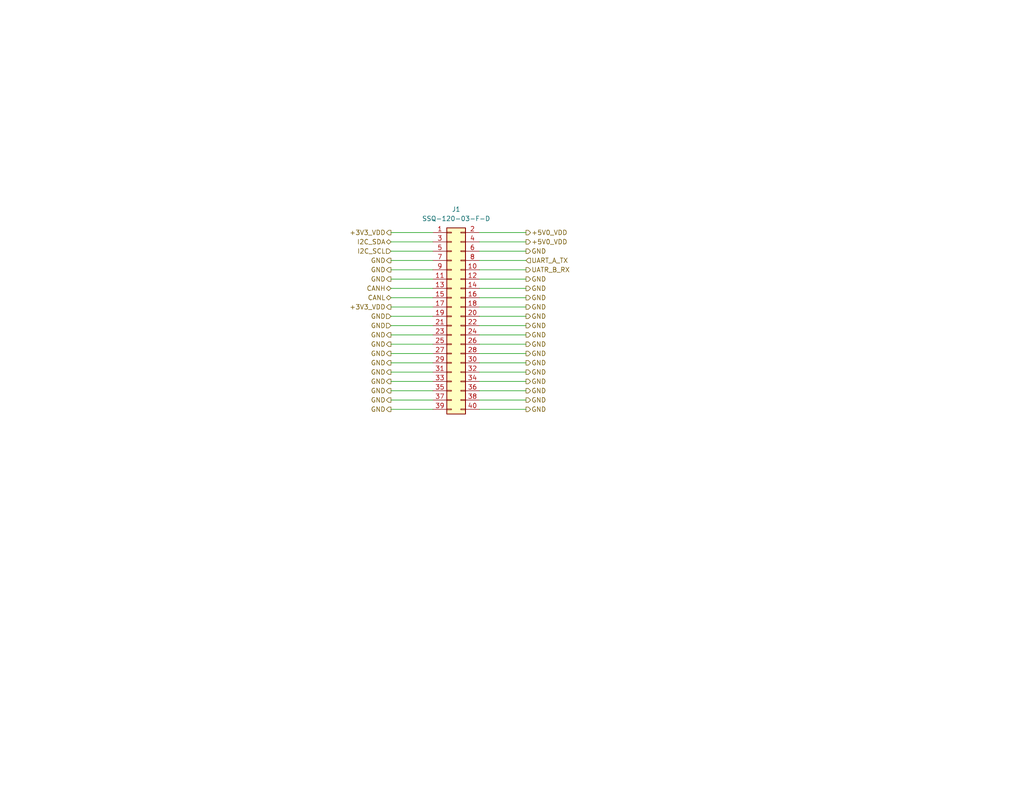
<source format=kicad_sch>
(kicad_sch (version 20211123) (generator eeschema)

  (uuid cf4d3275-d4a3-4f0b-b80f-271e7d43b491)

  (paper "A")

  (title_block
    (title "Interboard Connector")
    (date "2022-01-27")
  )

  (lib_symbols
    (symbol "Connector_Generic:Conn_02x20_Odd_Even" (pin_names (offset 1.016) hide) (in_bom yes) (on_board yes)
      (property "Reference" "J" (id 0) (at 1.27 25.4 0)
        (effects (font (size 1.27 1.27)))
      )
      (property "Value" "Conn_02x20_Odd_Even" (id 1) (at 1.27 -27.94 0)
        (effects (font (size 1.27 1.27)))
      )
      (property "Footprint" "" (id 2) (at 0 0 0)
        (effects (font (size 1.27 1.27)) hide)
      )
      (property "Datasheet" "~" (id 3) (at 0 0 0)
        (effects (font (size 1.27 1.27)) hide)
      )
      (property "ki_keywords" "connector" (id 4) (at 0 0 0)
        (effects (font (size 1.27 1.27)) hide)
      )
      (property "ki_description" "Generic connector, double row, 02x20, odd/even pin numbering scheme (row 1 odd numbers, row 2 even numbers), script generated (kicad-library-utils/schlib/autogen/connector/)" (id 5) (at 0 0 0)
        (effects (font (size 1.27 1.27)) hide)
      )
      (property "ki_fp_filters" "Connector*:*_2x??_*" (id 6) (at 0 0 0)
        (effects (font (size 1.27 1.27)) hide)
      )
      (symbol "Conn_02x20_Odd_Even_1_1"
        (rectangle (start -1.27 -25.273) (end 0 -25.527)
          (stroke (width 0.1524) (type default) (color 0 0 0 0))
          (fill (type none))
        )
        (rectangle (start -1.27 -22.733) (end 0 -22.987)
          (stroke (width 0.1524) (type default) (color 0 0 0 0))
          (fill (type none))
        )
        (rectangle (start -1.27 -20.193) (end 0 -20.447)
          (stroke (width 0.1524) (type default) (color 0 0 0 0))
          (fill (type none))
        )
        (rectangle (start -1.27 -17.653) (end 0 -17.907)
          (stroke (width 0.1524) (type default) (color 0 0 0 0))
          (fill (type none))
        )
        (rectangle (start -1.27 -15.113) (end 0 -15.367)
          (stroke (width 0.1524) (type default) (color 0 0 0 0))
          (fill (type none))
        )
        (rectangle (start -1.27 -12.573) (end 0 -12.827)
          (stroke (width 0.1524) (type default) (color 0 0 0 0))
          (fill (type none))
        )
        (rectangle (start -1.27 -10.033) (end 0 -10.287)
          (stroke (width 0.1524) (type default) (color 0 0 0 0))
          (fill (type none))
        )
        (rectangle (start -1.27 -7.493) (end 0 -7.747)
          (stroke (width 0.1524) (type default) (color 0 0 0 0))
          (fill (type none))
        )
        (rectangle (start -1.27 -4.953) (end 0 -5.207)
          (stroke (width 0.1524) (type default) (color 0 0 0 0))
          (fill (type none))
        )
        (rectangle (start -1.27 -2.413) (end 0 -2.667)
          (stroke (width 0.1524) (type default) (color 0 0 0 0))
          (fill (type none))
        )
        (rectangle (start -1.27 0.127) (end 0 -0.127)
          (stroke (width 0.1524) (type default) (color 0 0 0 0))
          (fill (type none))
        )
        (rectangle (start -1.27 2.667) (end 0 2.413)
          (stroke (width 0.1524) (type default) (color 0 0 0 0))
          (fill (type none))
        )
        (rectangle (start -1.27 5.207) (end 0 4.953)
          (stroke (width 0.1524) (type default) (color 0 0 0 0))
          (fill (type none))
        )
        (rectangle (start -1.27 7.747) (end 0 7.493)
          (stroke (width 0.1524) (type default) (color 0 0 0 0))
          (fill (type none))
        )
        (rectangle (start -1.27 10.287) (end 0 10.033)
          (stroke (width 0.1524) (type default) (color 0 0 0 0))
          (fill (type none))
        )
        (rectangle (start -1.27 12.827) (end 0 12.573)
          (stroke (width 0.1524) (type default) (color 0 0 0 0))
          (fill (type none))
        )
        (rectangle (start -1.27 15.367) (end 0 15.113)
          (stroke (width 0.1524) (type default) (color 0 0 0 0))
          (fill (type none))
        )
        (rectangle (start -1.27 17.907) (end 0 17.653)
          (stroke (width 0.1524) (type default) (color 0 0 0 0))
          (fill (type none))
        )
        (rectangle (start -1.27 20.447) (end 0 20.193)
          (stroke (width 0.1524) (type default) (color 0 0 0 0))
          (fill (type none))
        )
        (rectangle (start -1.27 22.987) (end 0 22.733)
          (stroke (width 0.1524) (type default) (color 0 0 0 0))
          (fill (type none))
        )
        (rectangle (start -1.27 24.13) (end 3.81 -26.67)
          (stroke (width 0.254) (type default) (color 0 0 0 0))
          (fill (type background))
        )
        (rectangle (start 3.81 -25.273) (end 2.54 -25.527)
          (stroke (width 0.1524) (type default) (color 0 0 0 0))
          (fill (type none))
        )
        (rectangle (start 3.81 -22.733) (end 2.54 -22.987)
          (stroke (width 0.1524) (type default) (color 0 0 0 0))
          (fill (type none))
        )
        (rectangle (start 3.81 -20.193) (end 2.54 -20.447)
          (stroke (width 0.1524) (type default) (color 0 0 0 0))
          (fill (type none))
        )
        (rectangle (start 3.81 -17.653) (end 2.54 -17.907)
          (stroke (width 0.1524) (type default) (color 0 0 0 0))
          (fill (type none))
        )
        (rectangle (start 3.81 -15.113) (end 2.54 -15.367)
          (stroke (width 0.1524) (type default) (color 0 0 0 0))
          (fill (type none))
        )
        (rectangle (start 3.81 -12.573) (end 2.54 -12.827)
          (stroke (width 0.1524) (type default) (color 0 0 0 0))
          (fill (type none))
        )
        (rectangle (start 3.81 -10.033) (end 2.54 -10.287)
          (stroke (width 0.1524) (type default) (color 0 0 0 0))
          (fill (type none))
        )
        (rectangle (start 3.81 -7.493) (end 2.54 -7.747)
          (stroke (width 0.1524) (type default) (color 0 0 0 0))
          (fill (type none))
        )
        (rectangle (start 3.81 -4.953) (end 2.54 -5.207)
          (stroke (width 0.1524) (type default) (color 0 0 0 0))
          (fill (type none))
        )
        (rectangle (start 3.81 -2.413) (end 2.54 -2.667)
          (stroke (width 0.1524) (type default) (color 0 0 0 0))
          (fill (type none))
        )
        (rectangle (start 3.81 0.127) (end 2.54 -0.127)
          (stroke (width 0.1524) (type default) (color 0 0 0 0))
          (fill (type none))
        )
        (rectangle (start 3.81 2.667) (end 2.54 2.413)
          (stroke (width 0.1524) (type default) (color 0 0 0 0))
          (fill (type none))
        )
        (rectangle (start 3.81 5.207) (end 2.54 4.953)
          (stroke (width 0.1524) (type default) (color 0 0 0 0))
          (fill (type none))
        )
        (rectangle (start 3.81 7.747) (end 2.54 7.493)
          (stroke (width 0.1524) (type default) (color 0 0 0 0))
          (fill (type none))
        )
        (rectangle (start 3.81 10.287) (end 2.54 10.033)
          (stroke (width 0.1524) (type default) (color 0 0 0 0))
          (fill (type none))
        )
        (rectangle (start 3.81 12.827) (end 2.54 12.573)
          (stroke (width 0.1524) (type default) (color 0 0 0 0))
          (fill (type none))
        )
        (rectangle (start 3.81 15.367) (end 2.54 15.113)
          (stroke (width 0.1524) (type default) (color 0 0 0 0))
          (fill (type none))
        )
        (rectangle (start 3.81 17.907) (end 2.54 17.653)
          (stroke (width 0.1524) (type default) (color 0 0 0 0))
          (fill (type none))
        )
        (rectangle (start 3.81 20.447) (end 2.54 20.193)
          (stroke (width 0.1524) (type default) (color 0 0 0 0))
          (fill (type none))
        )
        (rectangle (start 3.81 22.987) (end 2.54 22.733)
          (stroke (width 0.1524) (type default) (color 0 0 0 0))
          (fill (type none))
        )
        (pin passive line (at -5.08 22.86 0) (length 3.81)
          (name "Pin_1" (effects (font (size 1.27 1.27))))
          (number "1" (effects (font (size 1.27 1.27))))
        )
        (pin passive line (at 7.62 12.7 180) (length 3.81)
          (name "Pin_10" (effects (font (size 1.27 1.27))))
          (number "10" (effects (font (size 1.27 1.27))))
        )
        (pin passive line (at -5.08 10.16 0) (length 3.81)
          (name "Pin_11" (effects (font (size 1.27 1.27))))
          (number "11" (effects (font (size 1.27 1.27))))
        )
        (pin passive line (at 7.62 10.16 180) (length 3.81)
          (name "Pin_12" (effects (font (size 1.27 1.27))))
          (number "12" (effects (font (size 1.27 1.27))))
        )
        (pin passive line (at -5.08 7.62 0) (length 3.81)
          (name "Pin_13" (effects (font (size 1.27 1.27))))
          (number "13" (effects (font (size 1.27 1.27))))
        )
        (pin passive line (at 7.62 7.62 180) (length 3.81)
          (name "Pin_14" (effects (font (size 1.27 1.27))))
          (number "14" (effects (font (size 1.27 1.27))))
        )
        (pin passive line (at -5.08 5.08 0) (length 3.81)
          (name "Pin_15" (effects (font (size 1.27 1.27))))
          (number "15" (effects (font (size 1.27 1.27))))
        )
        (pin passive line (at 7.62 5.08 180) (length 3.81)
          (name "Pin_16" (effects (font (size 1.27 1.27))))
          (number "16" (effects (font (size 1.27 1.27))))
        )
        (pin passive line (at -5.08 2.54 0) (length 3.81)
          (name "Pin_17" (effects (font (size 1.27 1.27))))
          (number "17" (effects (font (size 1.27 1.27))))
        )
        (pin passive line (at 7.62 2.54 180) (length 3.81)
          (name "Pin_18" (effects (font (size 1.27 1.27))))
          (number "18" (effects (font (size 1.27 1.27))))
        )
        (pin passive line (at -5.08 0 0) (length 3.81)
          (name "Pin_19" (effects (font (size 1.27 1.27))))
          (number "19" (effects (font (size 1.27 1.27))))
        )
        (pin passive line (at 7.62 22.86 180) (length 3.81)
          (name "Pin_2" (effects (font (size 1.27 1.27))))
          (number "2" (effects (font (size 1.27 1.27))))
        )
        (pin passive line (at 7.62 0 180) (length 3.81)
          (name "Pin_20" (effects (font (size 1.27 1.27))))
          (number "20" (effects (font (size 1.27 1.27))))
        )
        (pin passive line (at -5.08 -2.54 0) (length 3.81)
          (name "Pin_21" (effects (font (size 1.27 1.27))))
          (number "21" (effects (font (size 1.27 1.27))))
        )
        (pin passive line (at 7.62 -2.54 180) (length 3.81)
          (name "Pin_22" (effects (font (size 1.27 1.27))))
          (number "22" (effects (font (size 1.27 1.27))))
        )
        (pin passive line (at -5.08 -5.08 0) (length 3.81)
          (name "Pin_23" (effects (font (size 1.27 1.27))))
          (number "23" (effects (font (size 1.27 1.27))))
        )
        (pin passive line (at 7.62 -5.08 180) (length 3.81)
          (name "Pin_24" (effects (font (size 1.27 1.27))))
          (number "24" (effects (font (size 1.27 1.27))))
        )
        (pin passive line (at -5.08 -7.62 0) (length 3.81)
          (name "Pin_25" (effects (font (size 1.27 1.27))))
          (number "25" (effects (font (size 1.27 1.27))))
        )
        (pin passive line (at 7.62 -7.62 180) (length 3.81)
          (name "Pin_26" (effects (font (size 1.27 1.27))))
          (number "26" (effects (font (size 1.27 1.27))))
        )
        (pin passive line (at -5.08 -10.16 0) (length 3.81)
          (name "Pin_27" (effects (font (size 1.27 1.27))))
          (number "27" (effects (font (size 1.27 1.27))))
        )
        (pin passive line (at 7.62 -10.16 180) (length 3.81)
          (name "Pin_28" (effects (font (size 1.27 1.27))))
          (number "28" (effects (font (size 1.27 1.27))))
        )
        (pin passive line (at -5.08 -12.7 0) (length 3.81)
          (name "Pin_29" (effects (font (size 1.27 1.27))))
          (number "29" (effects (font (size 1.27 1.27))))
        )
        (pin passive line (at -5.08 20.32 0) (length 3.81)
          (name "Pin_3" (effects (font (size 1.27 1.27))))
          (number "3" (effects (font (size 1.27 1.27))))
        )
        (pin passive line (at 7.62 -12.7 180) (length 3.81)
          (name "Pin_30" (effects (font (size 1.27 1.27))))
          (number "30" (effects (font (size 1.27 1.27))))
        )
        (pin passive line (at -5.08 -15.24 0) (length 3.81)
          (name "Pin_31" (effects (font (size 1.27 1.27))))
          (number "31" (effects (font (size 1.27 1.27))))
        )
        (pin passive line (at 7.62 -15.24 180) (length 3.81)
          (name "Pin_32" (effects (font (size 1.27 1.27))))
          (number "32" (effects (font (size 1.27 1.27))))
        )
        (pin passive line (at -5.08 -17.78 0) (length 3.81)
          (name "Pin_33" (effects (font (size 1.27 1.27))))
          (number "33" (effects (font (size 1.27 1.27))))
        )
        (pin passive line (at 7.62 -17.78 180) (length 3.81)
          (name "Pin_34" (effects (font (size 1.27 1.27))))
          (number "34" (effects (font (size 1.27 1.27))))
        )
        (pin passive line (at -5.08 -20.32 0) (length 3.81)
          (name "Pin_35" (effects (font (size 1.27 1.27))))
          (number "35" (effects (font (size 1.27 1.27))))
        )
        (pin passive line (at 7.62 -20.32 180) (length 3.81)
          (name "Pin_36" (effects (font (size 1.27 1.27))))
          (number "36" (effects (font (size 1.27 1.27))))
        )
        (pin passive line (at -5.08 -22.86 0) (length 3.81)
          (name "Pin_37" (effects (font (size 1.27 1.27))))
          (number "37" (effects (font (size 1.27 1.27))))
        )
        (pin passive line (at 7.62 -22.86 180) (length 3.81)
          (name "Pin_38" (effects (font (size 1.27 1.27))))
          (number "38" (effects (font (size 1.27 1.27))))
        )
        (pin passive line (at -5.08 -25.4 0) (length 3.81)
          (name "Pin_39" (effects (font (size 1.27 1.27))))
          (number "39" (effects (font (size 1.27 1.27))))
        )
        (pin passive line (at 7.62 20.32 180) (length 3.81)
          (name "Pin_4" (effects (font (size 1.27 1.27))))
          (number "4" (effects (font (size 1.27 1.27))))
        )
        (pin passive line (at 7.62 -25.4 180) (length 3.81)
          (name "Pin_40" (effects (font (size 1.27 1.27))))
          (number "40" (effects (font (size 1.27 1.27))))
        )
        (pin passive line (at -5.08 17.78 0) (length 3.81)
          (name "Pin_5" (effects (font (size 1.27 1.27))))
          (number "5" (effects (font (size 1.27 1.27))))
        )
        (pin passive line (at 7.62 17.78 180) (length 3.81)
          (name "Pin_6" (effects (font (size 1.27 1.27))))
          (number "6" (effects (font (size 1.27 1.27))))
        )
        (pin passive line (at -5.08 15.24 0) (length 3.81)
          (name "Pin_7" (effects (font (size 1.27 1.27))))
          (number "7" (effects (font (size 1.27 1.27))))
        )
        (pin passive line (at 7.62 15.24 180) (length 3.81)
          (name "Pin_8" (effects (font (size 1.27 1.27))))
          (number "8" (effects (font (size 1.27 1.27))))
        )
        (pin passive line (at -5.08 12.7 0) (length 3.81)
          (name "Pin_9" (effects (font (size 1.27 1.27))))
          (number "9" (effects (font (size 1.27 1.27))))
        )
      )
    )
  )


  (wire (pts (xy 130.81 93.98) (xy 143.51 93.98))
    (stroke (width 0) (type default) (color 0 0 0 0))
    (uuid 03e187d2-6c4a-4ece-841b-834d761b85d6)
  )
  (wire (pts (xy 130.81 68.58) (xy 143.51 68.58))
    (stroke (width 0) (type default) (color 0 0 0 0))
    (uuid 04a690e9-0849-4578-b28b-6dc12781734f)
  )
  (wire (pts (xy 130.81 63.5) (xy 143.51 63.5))
    (stroke (width 0) (type default) (color 0 0 0 0))
    (uuid 09d16d40-6922-410f-a05f-404d306aebd9)
  )
  (wire (pts (xy 130.81 111.76) (xy 143.51 111.76))
    (stroke (width 0) (type default) (color 0 0 0 0))
    (uuid 0cb97ebf-9b13-488c-95a4-2095e4bac56e)
  )
  (wire (pts (xy 106.68 93.98) (xy 118.11 93.98))
    (stroke (width 0) (type default) (color 0 0 0 0))
    (uuid 130a3f83-ad0d-46dd-8dd0-e96f0742bdd3)
  )
  (wire (pts (xy 106.68 104.14) (xy 118.11 104.14))
    (stroke (width 0) (type default) (color 0 0 0 0))
    (uuid 27a2e118-e759-4fab-964d-896d29cf8156)
  )
  (wire (pts (xy 106.68 68.58) (xy 118.11 68.58))
    (stroke (width 0) (type default) (color 0 0 0 0))
    (uuid 2f58fb13-0fd6-41c8-b9d6-ac7c982df2c7)
  )
  (wire (pts (xy 106.68 106.68) (xy 118.11 106.68))
    (stroke (width 0) (type default) (color 0 0 0 0))
    (uuid 341315da-6e5f-4150-8d69-aa98ada8d15d)
  )
  (wire (pts (xy 106.68 71.12) (xy 118.11 71.12))
    (stroke (width 0) (type default) (color 0 0 0 0))
    (uuid 4185c091-095f-4e12-bd4d-b5cdf7a29e5a)
  )
  (wire (pts (xy 130.81 91.44) (xy 143.51 91.44))
    (stroke (width 0) (type default) (color 0 0 0 0))
    (uuid 44591e65-79b1-417a-b896-9ea635f33afb)
  )
  (wire (pts (xy 130.81 99.06) (xy 143.51 99.06))
    (stroke (width 0) (type default) (color 0 0 0 0))
    (uuid 46f9bc0a-ab12-4df4-bfac-e2e7f259c3f7)
  )
  (wire (pts (xy 106.68 66.04) (xy 118.11 66.04))
    (stroke (width 0) (type default) (color 0 0 0 0))
    (uuid 4a845ede-4258-46b7-b03d-a737b3f81034)
  )
  (wire (pts (xy 130.81 81.28) (xy 143.51 81.28))
    (stroke (width 0) (type default) (color 0 0 0 0))
    (uuid 591e33e4-96e0-40c2-bca2-3c0c17d3c50d)
  )
  (wire (pts (xy 130.81 106.68) (xy 143.51 106.68))
    (stroke (width 0) (type default) (color 0 0 0 0))
    (uuid 5b808d3c-49b1-448f-91a1-b4bb5d885d59)
  )
  (wire (pts (xy 106.68 111.76) (xy 118.11 111.76))
    (stroke (width 0) (type default) (color 0 0 0 0))
    (uuid 613f034e-b0e5-4af0-8912-8de28aaff340)
  )
  (wire (pts (xy 106.68 101.6) (xy 118.11 101.6))
    (stroke (width 0) (type default) (color 0 0 0 0))
    (uuid 6263fe16-d954-458a-b41c-3ec97dc2cd20)
  )
  (wire (pts (xy 130.81 66.04) (xy 143.51 66.04))
    (stroke (width 0) (type default) (color 0 0 0 0))
    (uuid 7111bcd0-2d6d-4624-8371-41e191dbed6d)
  )
  (wire (pts (xy 106.68 86.36) (xy 118.11 86.36))
    (stroke (width 0) (type default) (color 0 0 0 0))
    (uuid 716dad19-3c9d-4c36-8959-b15c5449c6e8)
  )
  (wire (pts (xy 130.81 76.2) (xy 143.51 76.2))
    (stroke (width 0) (type default) (color 0 0 0 0))
    (uuid 742f5f6f-46eb-47fd-b1a2-abe54dbb41ff)
  )
  (wire (pts (xy 130.81 101.6) (xy 143.51 101.6))
    (stroke (width 0) (type default) (color 0 0 0 0))
    (uuid 76e48296-ced0-4a92-b314-8760d26ef2a9)
  )
  (wire (pts (xy 106.68 78.74) (xy 118.11 78.74))
    (stroke (width 0) (type default) (color 0 0 0 0))
    (uuid 771eb181-d30d-4d17-a5e3-a528596db5fb)
  )
  (wire (pts (xy 130.81 73.66) (xy 143.51 73.66))
    (stroke (width 0) (type default) (color 0 0 0 0))
    (uuid 7c0550c5-1bee-4f51-b6b8-a791544686c8)
  )
  (wire (pts (xy 130.81 88.9) (xy 143.51 88.9))
    (stroke (width 0) (type default) (color 0 0 0 0))
    (uuid 82820ceb-aa9a-48df-ba50-13a5e410c155)
  )
  (wire (pts (xy 130.81 83.82) (xy 143.51 83.82))
    (stroke (width 0) (type default) (color 0 0 0 0))
    (uuid 87c37f63-9d2f-495a-97f3-6fa24d5ebe6a)
  )
  (wire (pts (xy 106.68 83.82) (xy 118.11 83.82))
    (stroke (width 0) (type default) (color 0 0 0 0))
    (uuid 881abf44-14f0-4aff-9acc-37faaf908ff2)
  )
  (wire (pts (xy 130.81 104.14) (xy 143.51 104.14))
    (stroke (width 0) (type default) (color 0 0 0 0))
    (uuid 9b3ecb1b-8155-4a89-9d54-9f27f2514c86)
  )
  (wire (pts (xy 106.68 76.2) (xy 118.11 76.2))
    (stroke (width 0) (type default) (color 0 0 0 0))
    (uuid a3572912-ea02-49f5-9e59-c738672315d5)
  )
  (wire (pts (xy 106.68 96.52) (xy 118.11 96.52))
    (stroke (width 0) (type default) (color 0 0 0 0))
    (uuid a64455e6-d627-495b-9f65-8514d3bb72dd)
  )
  (wire (pts (xy 106.68 109.22) (xy 118.11 109.22))
    (stroke (width 0) (type default) (color 0 0 0 0))
    (uuid a8388897-7737-4925-b3c2-1c16ad936691)
  )
  (wire (pts (xy 106.68 63.5) (xy 118.11 63.5))
    (stroke (width 0) (type default) (color 0 0 0 0))
    (uuid ad32a7c2-3177-4254-8c58-ae3f4bc5acc8)
  )
  (wire (pts (xy 106.68 88.9) (xy 118.11 88.9))
    (stroke (width 0) (type default) (color 0 0 0 0))
    (uuid b28d6ace-0284-435d-bae3-5fdb7c12c8ef)
  )
  (wire (pts (xy 130.81 71.12) (xy 143.51 71.12))
    (stroke (width 0) (type default) (color 0 0 0 0))
    (uuid baec2900-3642-405a-a739-ec62e5182052)
  )
  (wire (pts (xy 130.81 86.36) (xy 143.51 86.36))
    (stroke (width 0) (type default) (color 0 0 0 0))
    (uuid bd6fd6dc-c664-4e6a-86d5-3b31eccd2cbc)
  )
  (wire (pts (xy 106.68 91.44) (xy 118.11 91.44))
    (stroke (width 0) (type default) (color 0 0 0 0))
    (uuid ce6a96b7-415b-48a2-8436-5e2fa710a642)
  )
  (wire (pts (xy 106.68 81.28) (xy 118.11 81.28))
    (stroke (width 0) (type default) (color 0 0 0 0))
    (uuid dd35f33e-c4d6-49ad-98bd-54d576474aca)
  )
  (wire (pts (xy 130.81 109.22) (xy 143.51 109.22))
    (stroke (width 0) (type default) (color 0 0 0 0))
    (uuid df5b27e7-d0ac-4ca5-a6cb-fefd59851561)
  )
  (wire (pts (xy 106.68 99.06) (xy 118.11 99.06))
    (stroke (width 0) (type default) (color 0 0 0 0))
    (uuid ea5f6131-cb7d-4565-b2fb-3b607f4c793a)
  )
  (wire (pts (xy 130.81 78.74) (xy 143.51 78.74))
    (stroke (width 0) (type default) (color 0 0 0 0))
    (uuid eae5fd45-fb41-4a98-8509-a8d81f0c6bb9)
  )
  (wire (pts (xy 130.81 96.52) (xy 143.51 96.52))
    (stroke (width 0) (type default) (color 0 0 0 0))
    (uuid f6261936-8a5b-4419-a880-83b012a8fbb4)
  )
  (wire (pts (xy 106.68 73.66) (xy 118.11 73.66))
    (stroke (width 0) (type default) (color 0 0 0 0))
    (uuid f812bf02-bb27-4792-a9e8-bff50261d428)
  )

  (hierarchical_label "GND" (shape input) (at 106.68 86.36 180)
    (effects (font (size 1.27 1.27)) (justify right))
    (uuid 00b48a2f-b162-4b22-a587-082a90e17e6a)
  )
  (hierarchical_label "CANH" (shape bidirectional) (at 106.68 78.74 180)
    (effects (font (size 1.27 1.27)) (justify right))
    (uuid 0ce5799e-a9bb-4d19-b70e-a6086082541a)
  )
  (hierarchical_label "UATR_B_RX" (shape output) (at 143.51 73.66 0)
    (effects (font (size 1.27 1.27)) (justify left))
    (uuid 105cfdae-5609-474d-8161-66e392c1c025)
  )
  (hierarchical_label "+3V3_VDD" (shape output) (at 106.68 83.82 180)
    (effects (font (size 1.27 1.27)) (justify right))
    (uuid 11606c81-543c-4e5a-b888-319019a8aada)
  )
  (hierarchical_label "GND" (shape output) (at 106.68 104.14 180)
    (effects (font (size 1.27 1.27)) (justify right))
    (uuid 1456471b-3ea0-4164-a4d1-29063a592859)
  )
  (hierarchical_label "GND" (shape output) (at 143.51 101.6 0)
    (effects (font (size 1.27 1.27)) (justify left))
    (uuid 1cefc75a-9772-4226-a760-aaf74009ccb0)
  )
  (hierarchical_label "GND" (shape output) (at 106.68 73.66 180)
    (effects (font (size 1.27 1.27)) (justify right))
    (uuid 20525ee8-7421-494b-be0e-4ac35c20f7c4)
  )
  (hierarchical_label "GND" (shape output) (at 143.51 86.36 0)
    (effects (font (size 1.27 1.27)) (justify left))
    (uuid 25a9b494-095b-4fbe-9268-80b4bd1444c6)
  )
  (hierarchical_label "GND" (shape output) (at 106.68 111.76 180)
    (effects (font (size 1.27 1.27)) (justify right))
    (uuid 2fc1fa32-2bd3-4da2-987d-2d1acaa048e3)
  )
  (hierarchical_label "GND" (shape output) (at 143.51 111.76 0)
    (effects (font (size 1.27 1.27)) (justify left))
    (uuid 3e5fc274-f6f3-4811-a291-f3961837d032)
  )
  (hierarchical_label "GND" (shape output) (at 143.51 76.2 0)
    (effects (font (size 1.27 1.27)) (justify left))
    (uuid 4668aa28-21c0-4cfc-81ec-8cde36ecb910)
  )
  (hierarchical_label "GND" (shape output) (at 143.51 68.58 0)
    (effects (font (size 1.27 1.27)) (justify left))
    (uuid 4a9b80e8-b314-444b-8214-e2133bc36ee5)
  )
  (hierarchical_label "CANL" (shape bidirectional) (at 106.68 81.28 180)
    (effects (font (size 1.27 1.27)) (justify right))
    (uuid 4bcfffbd-a1eb-45a3-897e-186698e02ebb)
  )
  (hierarchical_label "GND" (shape output) (at 143.51 91.44 0)
    (effects (font (size 1.27 1.27)) (justify left))
    (uuid 4f10d8f9-00f4-4559-b053-519c362e9ac8)
  )
  (hierarchical_label "GND" (shape output) (at 143.51 88.9 0)
    (effects (font (size 1.27 1.27)) (justify left))
    (uuid 63712c6f-14cd-4722-b5a4-8c5cb0cffa8f)
  )
  (hierarchical_label "GND" (shape input) (at 106.68 88.9 180)
    (effects (font (size 1.27 1.27)) (justify right))
    (uuid 6852eb7a-d07e-4073-b579-6f2d7ec659d9)
  )
  (hierarchical_label "GND" (shape output) (at 143.51 83.82 0)
    (effects (font (size 1.27 1.27)) (justify left))
    (uuid 70cf3c49-77b6-4da0-b6bf-4632de604b0a)
  )
  (hierarchical_label "+5V0_VDD" (shape output) (at 143.51 63.5 0)
    (effects (font (size 1.27 1.27)) (justify left))
    (uuid 7cdcba18-124f-4031-82c5-bb963480da62)
  )
  (hierarchical_label "GND" (shape output) (at 106.68 99.06 180)
    (effects (font (size 1.27 1.27)) (justify right))
    (uuid 887d0669-7224-46c3-b959-0cacd5c8d6af)
  )
  (hierarchical_label "GND" (shape output) (at 143.51 109.22 0)
    (effects (font (size 1.27 1.27)) (justify left))
    (uuid 8893b8ce-3a02-4163-91f7-7eac8d70fe69)
  )
  (hierarchical_label "GND" (shape output) (at 143.51 78.74 0)
    (effects (font (size 1.27 1.27)) (justify left))
    (uuid 88ba604c-503f-4971-a06a-628978302eaf)
  )
  (hierarchical_label "+5V0_VDD" (shape output) (at 143.51 66.04 0)
    (effects (font (size 1.27 1.27)) (justify left))
    (uuid 978bd827-7958-470b-89b9-fa5ae3e313e7)
  )
  (hierarchical_label "GND" (shape output) (at 106.68 106.68 180)
    (effects (font (size 1.27 1.27)) (justify right))
    (uuid a8eb92a0-9390-4e2d-8f79-5f2136ab80e6)
  )
  (hierarchical_label "GND" (shape output) (at 143.51 104.14 0)
    (effects (font (size 1.27 1.27)) (justify left))
    (uuid af6c303f-e40b-4491-8ded-a81ae9985e64)
  )
  (hierarchical_label "+3V3_VDD" (shape output) (at 106.68 63.5 180)
    (effects (font (size 1.27 1.27)) (justify right))
    (uuid b47620ec-0532-491b-885a-8a0f1e58f68f)
  )
  (hierarchical_label "GND" (shape output) (at 106.68 71.12 180)
    (effects (font (size 1.27 1.27)) (justify right))
    (uuid b5ecdce2-2eb3-4656-a4a6-0ea900bce6e0)
  )
  (hierarchical_label "GND" (shape output) (at 106.68 91.44 180)
    (effects (font (size 1.27 1.27)) (justify right))
    (uuid b79eb2df-c6d4-4428-b451-945a51eb4f71)
  )
  (hierarchical_label "GND" (shape output) (at 106.68 101.6 180)
    (effects (font (size 1.27 1.27)) (justify right))
    (uuid c4bf5a4e-a206-417d-a7bb-6d07ca6d5da4)
  )
  (hierarchical_label "GND" (shape output) (at 106.68 76.2 180)
    (effects (font (size 1.27 1.27)) (justify right))
    (uuid c4e0ce39-5139-4a27-bb0b-708598461fbe)
  )
  (hierarchical_label "GND" (shape output) (at 143.51 81.28 0)
    (effects (font (size 1.27 1.27)) (justify left))
    (uuid d3770e8d-2746-4319-a069-aa0755212b75)
  )
  (hierarchical_label "GND" (shape output) (at 106.68 93.98 180)
    (effects (font (size 1.27 1.27)) (justify right))
    (uuid d54cc6dc-2a44-434f-99e5-8da603432524)
  )
  (hierarchical_label "GND" (shape output) (at 143.51 93.98 0)
    (effects (font (size 1.27 1.27)) (justify left))
    (uuid d693525f-82c2-4566-9df0-af15ed2b47a3)
  )
  (hierarchical_label "GND" (shape output) (at 143.51 106.68 0)
    (effects (font (size 1.27 1.27)) (justify left))
    (uuid df5654a5-71df-4383-87c6-e01a76f01224)
  )
  (hierarchical_label "GND" (shape output) (at 106.68 109.22 180)
    (effects (font (size 1.27 1.27)) (justify right))
    (uuid e581174c-f4d9-43cb-b7b0-a89e9cf4e1a7)
  )
  (hierarchical_label "GND" (shape output) (at 143.51 96.52 0)
    (effects (font (size 1.27 1.27)) (justify left))
    (uuid e98566cf-06f4-436f-a624-b19226c3a483)
  )
  (hierarchical_label "I2C_SDA" (shape bidirectional) (at 106.68 66.04 180)
    (effects (font (size 1.27 1.27)) (justify right))
    (uuid eb283e91-1245-4315-994a-1998b11ced3d)
  )
  (hierarchical_label "GND" (shape output) (at 143.51 99.06 0)
    (effects (font (size 1.27 1.27)) (justify left))
    (uuid f8e8f1cf-949a-46dc-aabf-b59e6eaba1aa)
  )
  (hierarchical_label "I2C_SCL" (shape input) (at 106.68 68.58 180)
    (effects (font (size 1.27 1.27)) (justify right))
    (uuid f97f7b97-ecbd-4452-85b6-3bd5be159f85)
  )
  (hierarchical_label "GND" (shape output) (at 106.68 96.52 180)
    (effects (font (size 1.27 1.27)) (justify right))
    (uuid fe44d0ca-0ea8-4ce5-b68b-560a6e3c91be)
  )
  (hierarchical_label "UART_A_TX" (shape input) (at 143.51 71.12 0)
    (effects (font (size 1.27 1.27)) (justify left))
    (uuid ffdb0bce-965d-4db6-91fb-39c1f1632a02)
  )

  (symbol (lib_id "Connector_Generic:Conn_02x20_Odd_Even") (at 123.19 86.36 0) (unit 1)
    (in_bom yes) (on_board yes) (fields_autoplaced)
    (uuid ba9a4ebf-5eec-4d42-b8b4-9df72964a241)
    (property "Reference" "J1" (id 0) (at 124.46 57.15 0))
    (property "Value" "SSQ-120-03-F-D" (id 1) (at 124.46 59.69 0))
    (property "Footprint" "Connector_PinHeader_2.54mm:PinHeader_2x20_P2.54mm_Vertical" (id 2) (at 123.19 86.36 0)
      (effects (font (size 1.27 1.27)) hide)
    )
    (property "Datasheet" "~" (id 3) (at 123.19 86.36 0)
      (effects (font (size 1.27 1.27)) hide)
    )
    (pin "1" (uuid 74d7ca58-8f38-4632-89ed-80e6f85c4e78))
    (pin "10" (uuid 7d1de05a-79ca-4f40-9474-283bdfd52166))
    (pin "11" (uuid 96547af7-71cc-46a1-a7ab-f630b8e3e742))
    (pin "12" (uuid 1835afdd-f457-4502-8847-69b67ad4a9a3))
    (pin "13" (uuid 28fe8305-5727-42d1-bff6-f42f3a30eae8))
    (pin "14" (uuid 6bde0840-e503-4c9f-a8c0-10fd7be12888))
    (pin "15" (uuid 8c2c1114-6de1-4a2a-94da-c1d2ac31f5d3))
    (pin "16" (uuid d771b86c-fc2e-4ca0-a6ca-f47bd8580903))
    (pin "17" (uuid 3b645611-f889-4992-bfb1-2abcf39bf008))
    (pin "18" (uuid 7ab51597-6263-4a82-ac10-15133a1b6336))
    (pin "19" (uuid f64b870e-338d-40ac-9a72-18d4ead0cd54))
    (pin "2" (uuid 952ea748-30a3-4907-a6d0-882e9dd1d635))
    (pin "20" (uuid edaed929-97a5-442a-a706-a02430ef32d9))
    (pin "21" (uuid d6743ecc-c14d-4c0e-89c6-5f9096d1941b))
    (pin "22" (uuid c943b015-1bb6-47df-89ab-fa3a82ff77e9))
    (pin "23" (uuid 6d163341-16ca-40be-aea6-08374d7549d5))
    (pin "24" (uuid 15e483ca-7d4f-4d41-821e-abae45d03ee5))
    (pin "25" (uuid 4db9ece0-e4db-4e6b-b8ad-7e41a1453f74))
    (pin "26" (uuid 09381f26-cb4f-4b8c-80c5-d067e9a87956))
    (pin "27" (uuid a6389265-0c4b-4af3-8e92-4f4153ca31e5))
    (pin "28" (uuid 5c119080-cde1-4fa3-a051-9b31f2ca86df))
    (pin "29" (uuid 177b84e6-b56b-4d4e-9cda-b18f671bd16d))
    (pin "3" (uuid d9b0dab6-f559-400e-89f1-4640d6ce5b1c))
    (pin "30" (uuid 1dab6b04-d1ca-4fa8-8dd2-bc0bb30f4d4c))
    (pin "31" (uuid 6603b179-9d33-48b3-aff6-ffb34d5e0124))
    (pin "32" (uuid 6ead72ba-7214-460f-bb56-42fe08b0171d))
    (pin "33" (uuid 721bfb9e-a645-4a40-84eb-e8eb0fc83079))
    (pin "34" (uuid f7c723f9-66dc-4ec5-b77c-3f2556f7adf5))
    (pin "35" (uuid 4862d843-e409-41a1-84b2-b43d6410e8b8))
    (pin "36" (uuid a08daf27-4e36-4541-baff-50ec8dc5e20e))
    (pin "37" (uuid 6b9706c3-fe9c-498b-a217-4c181f0f6866))
    (pin "38" (uuid c9b81c2b-8766-402a-89ec-959b632ce473))
    (pin "39" (uuid 74e6db69-798d-468f-80af-963391df72a4))
    (pin "4" (uuid 1bd90feb-e411-4974-af68-4b29929c1577))
    (pin "40" (uuid 02a48c80-ed54-448d-a1b6-00ec0e1d749a))
    (pin "5" (uuid d61282e6-c113-4a85-a796-c1ad71157f3b))
    (pin "6" (uuid 86bbde24-f58f-4ab3-88c7-8ae2a67c8091))
    (pin "7" (uuid a97c7985-e287-4344-8aa3-ac1c6e4c8a92))
    (pin "8" (uuid 6b8e0585-1d28-4e23-8544-d4405b1d8ddc))
    (pin "9" (uuid 5d567b9a-eda0-40ae-9b4b-e9e584217662))
  )
)

</source>
